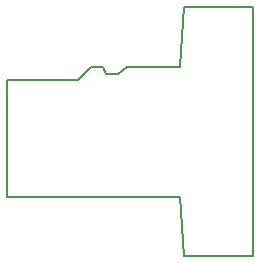
<source format=gko>
G04 DipTrace 3.0.0.2*
G04 microsd-Adapter.gko*
%MOIN*%
G04 #@! TF.FileFunction,Profile*
G04 #@! TF.Part,Single*
%ADD11C,0.005512*%
%FSLAX26Y26*%
G04*
G70*
G90*
G75*
G01*
G04 BoardOutline*
%LPD*%
X393701Y588701D2*
D11*
X968701D1*
X983701Y393701D1*
X1213701D1*
Y1223701D1*
X983701D1*
X968701Y1023701D1*
X793701D1*
X763701Y998701D1*
X723701D1*
X713701Y1023701D1*
X673701D1*
X628701Y978701D1*
X393701D1*
Y588701D1*
M02*

</source>
